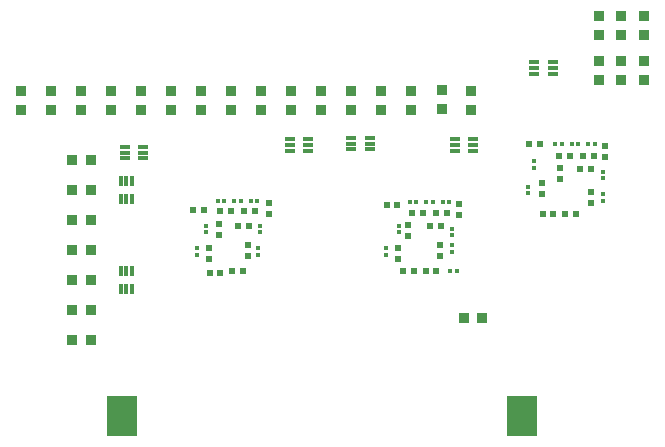
<source format=gbr>
G04 EAGLE Gerber RS-274X export*
G75*
%MOMM*%
%FSLAX34Y34*%
%LPD*%
%INSolderpaste Bottom*%
%IPPOS*%
%AMOC8*
5,1,8,0,0,1.08239X$1,22.5*%
G01*
%ADD10R,0.600000X0.620000*%
%ADD11R,0.365000X0.330000*%
%ADD12R,0.620000X0.600000*%
%ADD13R,0.330000X0.365000*%
%ADD14R,0.300000X0.914400*%
%ADD15R,0.300000X0.904000*%
%ADD16R,0.914400X0.300000*%
%ADD17R,0.904000X0.300000*%
%ADD18R,0.950000X0.900000*%
%ADD19R,0.900000X0.950000*%
%ADD20R,2.600000X3.500000*%


D10*
X-119860Y420370D03*
X-129060Y420370D03*
D11*
X-195860Y312420D03*
X-190220Y312420D03*
D10*
X-103660Y410210D03*
X-94460Y410210D03*
X-235740Y312420D03*
X-226540Y312420D03*
X-399570Y311150D03*
X-390370Y311150D03*
X-108430Y360680D03*
X-117630Y360680D03*
D12*
X-187960Y369090D03*
X-187960Y359890D03*
X-102870Y390370D03*
X-102870Y399570D03*
D10*
X-85880Y398780D03*
X-76680Y398780D03*
D12*
X-349250Y370360D03*
X-349250Y361160D03*
D10*
X-83340Y410210D03*
X-74140Y410210D03*
D12*
X-118110Y386870D03*
X-118110Y377670D03*
X-231140Y342110D03*
X-231140Y351310D03*
D10*
X-207800Y361950D03*
X-198600Y361950D03*
X-240510Y368300D03*
X-249710Y368300D03*
D12*
X-204470Y325600D03*
X-204470Y334800D03*
D10*
X-228120Y361950D03*
X-218920Y361950D03*
D12*
X-240030Y332260D03*
X-240030Y323060D03*
D10*
X-212880Y350520D03*
X-203680Y350520D03*
X-370360Y363220D03*
X-361160Y363220D03*
X-404340Y364490D03*
X-413540Y364490D03*
X-390680Y363220D03*
X-381480Y363220D03*
D12*
X-367030Y325600D03*
X-367030Y334800D03*
X-391160Y343380D03*
X-391160Y352580D03*
D10*
X-98580Y360680D03*
X-89380Y360680D03*
X-375440Y350520D03*
X-366240Y350520D03*
D12*
X-400050Y332260D03*
X-400050Y323060D03*
D10*
X-216690Y312420D03*
X-207490Y312420D03*
D13*
X-250190Y331750D03*
X-250190Y326110D03*
D11*
X-92990Y420370D03*
X-87350Y420370D03*
X-106960Y420370D03*
X-101320Y420370D03*
D13*
X-402590Y345160D03*
X-402590Y350800D03*
D11*
X-79020Y420370D03*
X-73380Y420370D03*
D13*
X-66040Y390880D03*
X-66040Y396520D03*
D12*
X-64770Y418620D03*
X-64770Y409420D03*
D13*
X-129540Y383820D03*
X-129540Y378180D03*
X-194310Y328650D03*
X-194310Y334290D03*
X-238760Y345160D03*
X-238760Y350800D03*
X-194310Y342620D03*
X-194310Y348260D03*
D11*
X-216180Y370840D03*
X-210540Y370840D03*
X-202210Y370840D03*
X-196570Y370840D03*
X-230150Y370840D03*
X-224510Y370840D03*
D13*
X-124460Y399770D03*
X-124460Y405410D03*
D12*
X-76200Y370050D03*
X-76200Y379250D03*
D13*
X-66040Y371830D03*
X-66040Y377470D03*
X-356870Y345160D03*
X-356870Y350800D03*
X-410210Y331750D03*
X-410210Y326110D03*
D11*
X-364770Y372110D03*
X-359130Y372110D03*
X-378740Y372110D03*
X-373100Y372110D03*
X-392710Y372110D03*
X-387070Y372110D03*
D13*
X-358140Y326110D03*
X-358140Y331750D03*
D10*
X-380520Y312420D03*
X-371320Y312420D03*
D14*
X-464900Y373020D03*
D15*
X-469900Y373020D03*
X-474900Y373020D03*
X-474900Y388980D03*
X-469900Y388980D03*
X-464900Y388980D03*
D14*
X-464900Y296820D03*
D15*
X-469900Y296820D03*
X-474900Y296820D03*
X-474900Y312780D03*
X-469900Y312780D03*
X-464900Y312780D03*
D16*
X-192130Y414100D03*
D17*
X-192130Y419100D03*
X-192130Y424100D03*
X-176170Y424100D03*
X-176170Y419100D03*
X-176170Y414100D03*
D16*
X-279760Y415370D03*
D17*
X-279760Y420370D03*
X-279760Y425370D03*
X-263800Y425370D03*
X-263800Y420370D03*
X-263800Y415370D03*
D16*
X-331830Y414100D03*
D17*
X-331830Y419100D03*
X-331830Y424100D03*
X-315870Y424100D03*
X-315870Y419100D03*
X-315870Y414100D03*
D16*
X-471530Y407750D03*
D17*
X-471530Y412750D03*
X-471530Y417750D03*
X-455570Y417750D03*
X-455570Y412750D03*
X-455570Y407750D03*
D18*
X-508000Y465200D03*
X-508000Y449200D03*
X-533400Y465200D03*
X-533400Y449200D03*
X-482600Y465200D03*
X-482600Y449200D03*
X-457200Y465200D03*
X-457200Y449200D03*
X-431800Y465200D03*
X-431800Y449200D03*
X-406400Y465200D03*
X-406400Y449200D03*
X-381000Y465200D03*
X-381000Y449200D03*
X-355600Y465200D03*
X-355600Y449200D03*
X-330200Y449200D03*
X-330200Y465200D03*
X-304800Y465200D03*
X-304800Y449200D03*
X-279400Y465200D03*
X-279400Y449200D03*
D19*
X-516000Y254000D03*
X-500000Y254000D03*
D18*
X-254000Y465200D03*
X-254000Y449200D03*
X-228600Y465200D03*
X-228600Y449200D03*
X-202946Y465454D03*
X-202946Y449454D03*
X-177800Y465200D03*
X-177800Y449200D03*
D19*
X-516000Y279400D03*
X-500000Y279400D03*
X-516000Y304800D03*
X-500000Y304800D03*
X-516000Y330200D03*
X-500000Y330200D03*
D18*
X-50800Y512700D03*
X-50800Y528700D03*
X-50800Y490600D03*
X-50800Y474600D03*
D19*
X-168530Y273050D03*
X-184530Y273050D03*
D18*
X-31750Y512700D03*
X-31750Y528700D03*
X-31750Y490600D03*
X-31750Y474600D03*
D19*
X-516000Y355600D03*
X-500000Y355600D03*
D18*
X-69850Y490600D03*
X-69850Y474600D03*
X-69850Y512700D03*
X-69850Y528700D03*
D19*
X-516000Y381000D03*
X-500000Y381000D03*
X-516000Y406400D03*
X-500000Y406400D03*
D18*
X-558800Y465200D03*
X-558800Y449200D03*
D20*
X-135292Y189992D03*
X-473292Y189992D03*
D16*
X-108860Y489378D03*
D17*
X-108860Y484378D03*
X-108860Y479378D03*
X-124820Y479378D03*
X-124820Y484378D03*
X-124820Y489378D03*
M02*

</source>
